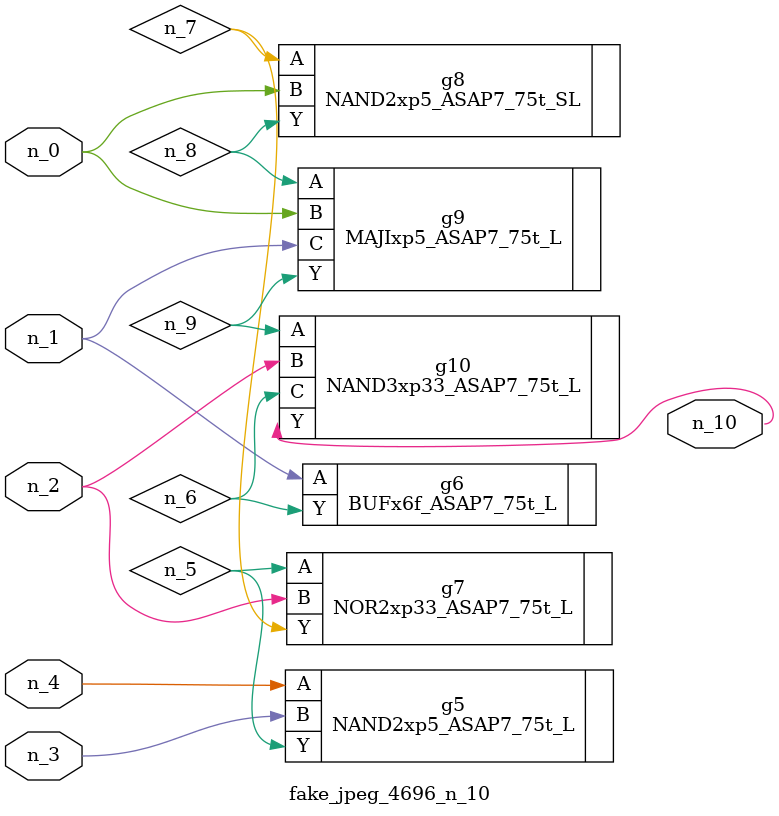
<source format=v>
module fake_jpeg_4696_n_10 (n_3, n_2, n_1, n_0, n_4, n_10);

input n_3;
input n_2;
input n_1;
input n_0;
input n_4;

output n_10;

wire n_8;
wire n_9;
wire n_6;
wire n_5;
wire n_7;

NAND2xp5_ASAP7_75t_L g5 ( 
.A(n_4),
.B(n_3),
.Y(n_5)
);

BUFx6f_ASAP7_75t_L g6 ( 
.A(n_1),
.Y(n_6)
);

NOR2xp33_ASAP7_75t_L g7 ( 
.A(n_5),
.B(n_2),
.Y(n_7)
);

NAND2xp5_ASAP7_75t_SL g8 ( 
.A(n_7),
.B(n_0),
.Y(n_8)
);

MAJIxp5_ASAP7_75t_L g9 ( 
.A(n_8),
.B(n_0),
.C(n_1),
.Y(n_9)
);

NAND3xp33_ASAP7_75t_L g10 ( 
.A(n_9),
.B(n_2),
.C(n_6),
.Y(n_10)
);


endmodule
</source>
